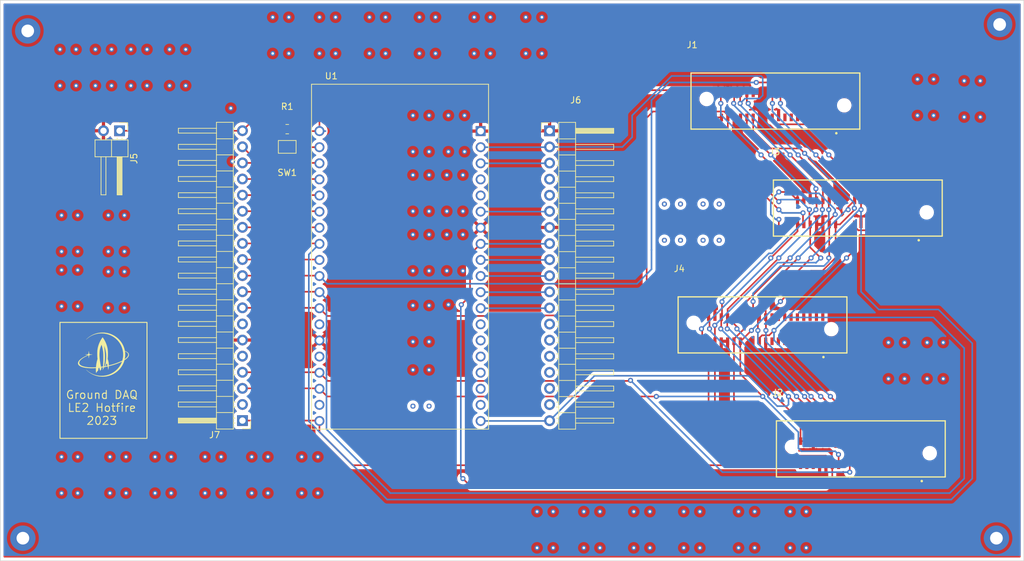
<source format=kicad_pcb>
(kicad_pcb (version 20211014) (generator pcbnew)
  (layers (0 "F.Cu" signal) (31 "B.Cu" signal) (34 "B.Paste" user) (35 "F.Paste" user) (36 "B.SilkS" user "B.Silkscreen") (37 "F.SilkS" user "F.Silkscreen") (38 "B.Mask" user) (39 "F.Mask" user) (44 "Edge.Cuts" user))
  (net 0 "")
  (net 1 "+3.3V")
  (net 2 "GND")
  (net 3 "TC2 CS")
  (net 4 "TC1 CS")
  (net 5 "TC SDO")
  (net 6 "TC CLK")
  (net 7 "Net-(R1-Pad1)")
  (net 8 "HX 6")
  (net 17 "HX 8")
  (net 18 "CAP 1")
  (net 19 "CAP 2")
  (net 20 "CAP CLK")
  (net 21 "HX CLK")
  (net 22 "PHOTORES")
  (net 25 "RL INT")
  (net 26 "EXTRA")
  (net 27 "+5V")
  (net 28 "RL SCL")
  (net 31 "RL SDA")
  (net 41 "HX 7")
  (net 42 "HX 5")
  (net 43 "HX 4")
  (net 44 "HX 3")
  (net 45 "HX 2")
  (net 46 "HX 1")
  (net 47 "EN")
  (footprint "Connector_PinHeader_2.54mm:PinHeader_1x19_P2.54mm_Horizontal" (layer "F.Cu") (at 92.259 123.942 180)
    (fp_text reference "J7")
    (fp_text value "TEST-POINT")
  )
  (footprint "ellie:MODULE_ESP32-DEVKITC-32D" (layer "F.Cu") (at 117.094 98.044)
    (fp_text reference "U1")
    (fp_text value "ESP32-DEVKITC-32D")
  )
  (footprint "PCIE-LP-01-01-F-DV-A-TR:SAMTEC_PCIE-LP-01-01-F-DV-A-TR" (layer "F.Cu") (at 174.212 109.529)
    (fp_text reference "J4")
    (fp_text value "PCIE_CONN")
  )
  (footprint "PCIE-LP-01-01-F-DV-A-TR:SAMTEC_PCIE-LP-01-01-F-DV-A-TR" (layer "F.Cu") (at 189.23 91.099)
    (fp_text reference "J3")
    (fp_text value "PCIE_CONN")
  )
  (footprint "Connector_PinHeader_2.54mm:PinHeader_1x19_P2.54mm_Horizontal" (layer "F.Cu") (at 140.659 78.242)
    (fp_text reference "J6")
    (fp_text value "TEST-POINT")
  )
  (footprint "Connector_PinHeader_2.54mm:PinHeader_1x02_P2.54mm_Horizontal" (layer "F.Cu") (at 72.898 78.232 -90)
    (fp_text reference "J5")
    (fp_text value "Conn_01x02_Male")
  )
  (footprint "PCIE-LP-01-01-F-DV-A-TR:SAMTEC_PCIE-LP-01-01-F-DV-A-TR" (layer "F.Cu") (at 189.706 129.087)
    (fp_text reference "J2")
    (fp_text value "PCIE_CONN")
  )
  (footprint "Resistor_SMD:R_0805_2012Metric_Pad1.20x1.40mm_HandSolder" (layer "F.Cu") (at 99.314 77.978)
    (fp_text reference "R1")
    (fp_text value "1k")
  )
  (footprint "star:star_8x7" (layer "F.Cu") (at 70.358 113.538)
    (fp_text reference "G***" hide)
    (fp_text value "LOGO" hide)
  )
  (footprint "Jumper:SolderJumper-2_P1.3mm_Bridged2Bar_Pad1.0x1.5mm" (layer "F.Cu") (at 99.314 80.772)
    (fp_text reference "SW1")
    (fp_text value "EN_HIGH")
  )
  (footprint "PCIE-LP-01-01-F-DV-A-TR:SAMTEC_PCIE-LP-01-01-F-DV-A-TR" (layer "F.Cu") (at 176.244 74.223)
    (fp_text reference "J1")
    (fp_text value "PCIE_CONN")
  )
  (gr_rect (start 63.5 108.458) (end 77.216 126.746) (layer "F.SilkS") (width 0.15) (fill none))
  (gr_rect (start 54.102 57.658) (end 215.392 146.05) (layer "Edge.Cuts") (width 0.1) (fill none))
  (gr_text "Ground DAQ\nLE2 Hotfire\n2023" (at 70.104 121.92) (layer "F.SilkS") (effects (font (size 1.27 1.27))))
  (segment (start 179.73 87.782) (end 173.99 82.042) (width 0.254) (layer "F.Cu") (net 1))
  (segment (start 164.712 106.306) (end 172.72 98.298) (width 0.254) (layer "F.Cu") (net 1))
  (segment (start 92.249 78.232) (end 92.259 78.222) (width 0.254) (layer "F.Cu") (net 1))
  (segment (start 179.73 89.199) (end 179.73 87.782) (width 0.254) (layer "F.Cu") (net 1))
  (segment (start 179.73 89.199) (end 180.73 89.199) (width 0.254) (layer "F.Cu") (net 1))
  (segment (start 178.415 87.884) (end 179.73 89.199) (width 0.254) (layer "F.Cu") (net 1))
  (segment (start 104.394 76.708) (end 109.268606 71.833394) (width 0.25) (layer "F.Cu") (net 1))
  (segment (start 176.784 94.234) (end 176.784 92.202) (width 0.254) (layer "F.Cu") (net 1))
  (segment (start 92.259 78.222) (end 93.519 76.962) (width 0.25) (layer "F.Cu") (net 1))
  (segment (start 166.254394 71.833394) (end 166.744 72.323) (width 0.25) (layer "F.Cu") (net 1))
  (segment (start 164.712 106.62937) (end 164.712 106.306) (width 0.254) (layer "F.Cu") (net 1))
  (segment (start 165.712 107.629) (end 164.712 107.629) (width 0.254) (layer "F.Cu") (net 1))
  (segment (start 109.268606 71.833394) (end 166.254394 71.833394) (width 0.25) (layer "F.Cu") (net 1))
  (segment (start 104.394 78.284) (end 104.394 76.708) (width 0.25) (layer "F.Cu") (net 1))
  (segment (start 176.784 87.884) (end 178.415 87.884) (width 0.254) (layer "F.Cu") (net 1))
  (segment (start 181.206 127.187) (end 180.206 127.187) (width 0.254) (layer "F.Cu") (net 1))
  (segment (start 100.62 78.284) (end 100.314 77.978) (width 0.25) (layer "F.Cu") (net 1))
  (segment (start 93.735 76.953) (end 99.289 76.953) (width 0.25) (layer "F.Cu") (net 1))
  (segment (start 165.862 109.474) (end 165.862 107.779) (width 0.254) (layer "F.Cu") (net 1))
  (segment (start 93.519 76.962) (end 93.726 76.962) (width 0.25) (layer "F.Cu") (net 1))
  (segment (start 104.394 78.284) (end 100.62 78.284) (width 0.25) (layer "F.Cu") (net 1))
  (segment (start 180.206 127.187) (end 180.206 124.072) (width 0.254) (layer "F.Cu") (net 1))
  (segment (start 93.726 76.962) (end 93.735 76.953) (width 0.25) (layer "F.Cu") (net 1))
  (segment (start 172.72 98.298) (end 176.784 94.234) (width 0.254) (layer "F.Cu") (net 1))
  (segment (start 164.712 107.629) (end 164.712 106.62937) (width 0.254) (layer "F.Cu") (net 1))
  (segment (start 180.206 124.072) (end 176.276 120.142) (width 0.254) (layer "F.Cu") (net 1))
  (segment (start 165.862 107.779) (end 165.712 107.629) (width 0.254) (layer "F.Cu") (net 1))
  (segment (start 99.289 76.953) (end 100.314 77.978) (width 0.25) (layer "F.Cu") (net 1))
  (segment (start 167.64 73.914) (end 167.64 72.427) (width 0.254) (layer "F.Cu") (net 1))
  (segment (start 72.898 78.232) (end 92.249 78.232) (width 0.254) (layer "F.Cu") (net 1))
  (segment (start 167.64 72.427) (end 167.744 72.323) (width 0.254) (layer "F.Cu") (net 1))
  (segment (start 167.744 72.323) (end 166.744 72.323) (width 0.254) (layer "F.Cu") (net 1))
  (via (at 173.99 82.042) (size 0.8) (drill 0.4) (layers "F.Cu" "B.Cu") (net 1))
  (via (at 176.784 92.202) (size 0.8) (drill 0.4) (layers "F.Cu" "B.Cu") (net 1))
  (via (at 176.276 120.142) (size 0.8) (drill 0.4) (layers "F.Cu" "B.Cu") (net 1))
  (via (at 167.64 73.914) (size 0.8) (drill 0.4) (layers "F.Cu" "B.Cu") (net 1))
  (via (at 165.862 109.474) (size 0.8) (drill 0.4) (layers "F.Cu" "B.Cu") (net 1))
  (via (at 176.784 87.884) (size 0.8) (drill 0.4) (layers "F.Cu" "B.Cu") (net 1))
  (segment (start 176.276 120.142) (end 165.862 109.728) (width 0.254) (layer "B.Cu") (net 1))
  (segment (start 104.394 78.284) (end 105.358 78.284) (width 0.25) (layer "B.Cu") (net 1))
  (segment (start 104.394 78.284) (end 104.394 77.47) (width 0.25) (layer "B.Cu") (net 1))
  (segment (start 175.514 91.44) (end 175.514 89.154) (width 0.254) (layer "B.Cu") (net 1))
  (segment (start 176.276 92.202) (end 175.514 91.44) (width 0.254) (layer "B.Cu") (net 1))
  (segment (start 167.64 75.692) (end 167.64 73.914) (width 0.254) (layer "B.Cu") (net 1))
  (segment (start 176.784 92.202) (end 176.276 92.202) (width 0.254) (layer "B.Cu") (net 1))
  (segment (start 165.862 109.728) (end 165.862 109.474) (width 0.254) (layer "B.Cu") (net 1))
  (segment (start 173.99 82.042) (end 167.64 75.692) (width 0.254) (layer "B.Cu") (net 1))
  (segment (start 175.514 89.154) (end 176.784 87.884) (width 0.254) (layer "B.Cu") (net 1))
  (via (at 57.658 142.494) (size 4) (drill 2) (layers "F.Cu" "B.Cu") (net 2))
  (via (at 73.66 91.567) (size 0.8) (drill 0.4) (layers "F.Cu" "B.Cu") (net 2))
  (via (at 78.486 135.382) (size 0.8) (drill 0.4) (layers "F.Cu" "B.Cu") (net 2))
  (via (at 124.46 94.615) (size 0.8) (drill 0.4) (layers "F.Cu" "B.Cu") (net 2))
  (via (at 106.934 66.04) (size 0.8) (drill 0.4) (layers "F.Cu" "B.Cu") (net 2))
  (via (at 104.14 129.667) (size 0.8) (drill 0.4) (layers "F.Cu" "B.Cu") (net 2))
  (via (at 63.754 135.382) (size 0.8) (drill 0.4) (layers "F.Cu" "B.Cu") (net 2))
  (via (at 73.914 135.382) (size 0.8) (drill 0.4) (layers "F.Cu" "B.Cu") (net 2))
  (via (at 71.12 100.457) (size 0.8) (drill 0.4) (layers "F.Cu" "B.Cu") (net 2))
  (via (at 74.676 65.405) (size 0.8) (drill 0.4) (layers "F.Cu" "B.Cu") (net 2))
  (via (at 66.04 65.405) (size 0.8) (drill 0.4) (layers "F.Cu" "B.Cu") (net 2))
  (via (at 194.056 111.633) (size 0.8) (drill 0.4) (layers "F.Cu" "B.Cu") (net 2))
  (via (at 178.562 144.018) (size 0.8) (drill 0.4) (layers "F.Cu" "B.Cu") (net 2))
  (via (at 73.914 129.667) (size 0.8) (drill 0.4) (layers "F.Cu" "B.Cu") (net 2))
  (via (at 97.028 60.325) (size 0.8) (drill 0.4) (layers "F.Cu" "B.Cu") (net 2))
  (via (at 63.754 91.567) (size 0.8) (drill 0.4) (layers "F.Cu" "B.Cu") (net 2))
  (via (at 119.126 100.33) (size 0.8) (drill 0.4) (layers "F.Cu" "B.Cu") (net 2))
  (via (at 80.772 65.405) (size 0.8) (drill 0.4) (layers "F.Cu" "B.Cu") (net 2))
  (via (at 81.026 129.667) (size 0.8) (drill 0.4) (layers "F.Cu" "B.Cu") (net 2))
  (via (at 63.754 97.282) (size 0.8) (drill 0.4) (layers "F.Cu" "B.Cu") (net 2))
  (via (at 167.386 89.789) (size 0.8) (drill 0.4) (layers "F.Cu" "B.Cu") (net 2))
  (via (at 71.374 135.382) (size 0.8) (drill 0.4) (layers "F.Cu" "B.Cu") (net 2))
  (via (at 119.126 75.819) (size 0.8) (drill 0.4) (layers "F.Cu" "B.Cu") (net 2))
  (via (at 96.266 129.667) (size 0.8) (drill 0.4) (layers "F.Cu" "B.Cu") (net 2))
  (via (at 93.726 129.667) (size 0.8) (drill 0.4) (layers "F.Cu" "B.Cu") (net 2))
  (via (at 119.126 121.666) (size 0.8) (drill 0.4) (layers "F.Cu" "B.Cu") (net 2))
  (via (at 121.666 121.666) (size 0.8) (drill 0.4) (layers "F.Cu" "B.Cu") (net 2))
  (via (at 122.682 66.04) (size 0.8) (drill 0.4) (layers "F.Cu" "B.Cu") (net 2))
  (via (at 131.318 66.04) (size 0.8) (drill 0.4) (layers "F.Cu" "B.Cu") (net 2))
  (via (at 127 94.615) (size 0.8) (drill 0.4) (layers "F.Cu" "B.Cu") (net 2))
  (via (at 112.268 66.04) (size 0.8) (drill 0.4) (layers "F.Cu" "B.Cu") (net 2))
  (via (at 63.5 65.405) (size 0.8) (drill 0.4) (layers "F.Cu" "B.Cu") (net 2))
  (via (at 124.714 81.534) (size 0.8) (drill 0.4) (layers "F.Cu" "B.Cu") (net 2))
  (via (at 119.126 85.217) (size 0.8) (drill 0.4) (layers "F.Cu" "B.Cu") (net 2))
  (via (at 112.268 60.325) (size 0.8) (drill 0.4) (layers "F.Cu" "B.Cu") (net 2))
  (via (at 71.374 129.667) (size 0.8) (drill 0.4) (layers "F.Cu" "B.Cu") (net 2))
  (via (at 127 85.217) (size 0.8) (drill 0.4) (layers "F.Cu" "B.Cu") (net 2))
  (via (at 63.754 100.203) (size 0.8) (drill 0.4) (layers "F.Cu" "B.Cu") (net 2))
  (via (at 170.434 138.303) (size 0.8) (drill 0.4) (layers "F.Cu" "B.Cu") (net 2))
  (via (at 131.318 60.325) (size 0.8) (drill 0.4) (layers "F.Cu" "B.Cu") (net 2))
  (via (at 211.582 61.468) (size 4) (drill 2) (layers "F.Cu" "B.Cu") (net 2))
  (via (at 205.994 70.358) (size 0.8) (drill 0.4) (layers "F.Cu" "B.Cu") (net 2))
  (via (at 90.678 83.058) (size 0.8) (drill 0.4) (layers "F.Cu" "B.Cu") (net 2))
  (via (at 71.12 106.172) (size 0.8) (drill 0.4) (layers "F.Cu" "B.Cu") (net 2))
  (via (at 58.42 62.484) (size 4) (drill 2) (layers "F.Cu" "B.Cu") (net 2))
  (via (at 66.294 91.567) (size 0.8) (drill 0.4) (layers "F.Cu" "B.Cu") (net 2))
  (via (at 119.126 115.951) (size 0.8) (drill 0.4) (layers "F.Cu" "B.Cu") (net 2))
  (via (at 63.5 71.12) (size 0.8) (drill 0.4) (layers "F.Cu" "B.Cu") (net 2))
  (via (at 66.294 135.382) (size 0.8) (drill 0.4) (layers "F.Cu" "B.Cu") (net 2))
  (via (at 164.846 95.504) (size 0.8) (drill 0.4) (layers "F.Cu" "B.Cu") (net 2))
  (via (at 156.464 138.303) (size 0.8) (drill 0.4) (layers "F.Cu" "B.Cu") (net 2))
  (via (at 128.778 60.325) (size 0.8) (drill 0.4) (layers "F.Cu" "B.Cu") (net 2))
  (via (at 80.772 71.12) (size 0.8) (drill 0.4) (layers "F.Cu" "B.Cu") (net 2))
  (via (at 196.596 111.633) (size 0.8) (drill 0.4) (layers "F.Cu" "B.Cu") (net 2))
  (via (at 138.684 144.018) (size 0.8) (drill 0.4) (layers "F.Cu" "B.Cu") (net 2))
  (via (at 161.29 89.789) (size 0.8) (drill 0.4) (layers "F.Cu" "B.Cu") (net 2))
  (via (at 66.294 97.282) (size 0.8) (drill 0.4) (layers "F.Cu" "B.Cu") (net 2))
  (via (at 71.628 65.405) (size 0.8) (drill 0.4) (layers "F.Cu" "B.Cu") (net 2))
  (via (at 181.102 138.303) (size 0.8) (drill 0.4) (layers "F.Cu" "B.Cu") (net 2))
  (via (at 86.36 135.382) (size 0.8) (drill 0.4) (layers "F.Cu" "B.Cu") (net 2))
  (via (at 104.14 135.382) (size 0.8) (drill 0.4) (layers "F.Cu" "B.Cu") (net 2))
  (via (at 121.666 115.951) (size 0.8) (drill 0.4) (layers "F.Cu" "B.Cu") (net 2))
  (via (at 127.254 75.819) (size 0.8) (drill 0.4) (layers "F.Cu" "B.Cu") (net 2))
  (via (at 156.464 144.018) (size 0.8) (drill 0.4) (layers "F.Cu" "B.Cu") (net 2))
  (via (at 200.152 111.633) (size 0.8) (drill 0.4) (layers "F.Cu" "B.Cu") (net 2))
  (via (at 119.126 90.932) (size 0.8) (drill 0.4) (layers "F.Cu" "B.Cu") (net 2))
  (via (at 71.628 71.12) (size 0.8) (drill 0.4) (layers "F.Cu" "B.Cu") (net 2))
  (via (at 141.224 138.303) (size 0.8) (drill 0.4) (layers "F.Cu" "B.Cu") (net 2))
  (via (at 161.29 95.504) (size 0.8) (drill 0.4) (layers "F.Cu" "B.Cu") (net 2))
  (via (at 181.102 144.018) (size 0.8) (drill 0.4) (layers "F.Cu" "B.Cu") (net 2))
  (via (at 161.798 144.018) (size 0.8) (drill 0.4) (layers "F.Cu" "B.Cu") (net 2))
  (via (at 146.05 144.018) (size 0.8) (drill 0.4) (layers "F.Cu" "B.Cu") (net 2))
  (via (at 63.754 105.918) (size 0.8) (drill 0.4) (layers "F.Cu" "B.Cu") (net 2))
  (via (at 136.906 60.325) (size 0.8) (drill 0.4) (layers "F.Cu" "B.Cu") (net 2))
  (via (at 139.446 66.04) (size 0.8) (drill 0.4) (layers "F.Cu" "B.Cu") (net 2))
  (via (at 73.66 100.457) (size 0.8) (drill 0.4) (layers "F.Cu" "B.Cu") (net 2))
  (via (at 170.434 144.018) (size 0.8) (drill 0.4) (layers "F.Cu" "B.Cu") (net 2))
  (via (at 200.152 117.348) (size 0.8) (drill 0.4) (layers "F.Cu" "B.Cu") (net 2))
  (via (at 69.088 71.12) (size 0.8) (drill 0.4) (layers "F.Cu" "B.Cu") (net 2))
  (via (at 120.142 66.04) (size 0.8) (drill 0.4) (layers "F.Cu" "B.Cu") (net 2))
  (via (at 124.46 85.217) (size 0.8) (drill 0.4) (layers "F.Cu" "B.Cu") (net 2))
  (via (at 148.59 138.303) (size 0.8) (drill 0.4) (layers "F.Cu" "B.Cu") (net 2))
  (via (at 127 90.932) (size 0.8) (drill 0.4) (layers "F.Cu" "B.Cu") (net 2))
  (via (at 114.808 66.04) (size 0.8) (drill 0.4) (layers "F.Cu" "B.Cu") (net 2))
  (via (at 178.562 138.303) (size 0.8) (drill 0.4) (layers "F.Cu" "B.Cu") (net 2))
  (via (at 208.534 70.358) (size 0.8) (drill 0.4) (layers "F.Cu" "B.Cu") (net 2))
  (via (at 122.682 60.325) (size 0.8) (drill 0.4) (layers "F.Cu" "B.Cu") (net 2))
  (via (at 196.596 117.348) (size 0.8) (drill 0.4) (layers "F.Cu" "B.Cu") (net 2))
  (via (at 121.666 90.932) (size 0.8) (drill 0.4) (layers "F.Cu" "B.Cu") (net 2))
  (via (at 90.424 74.676) (size 0.8) (drill 0.4) (layers "F.Cu" "B.Cu") (net 2))
  (via (at 208.534 76.073) (size 0.8) (drill 0.4) (layers "F.Cu" "B.Cu") (net 2))
  (via (at 120.142 60.325) (size 0.8) (drill 0.4) (layers "F.Cu" "B.Cu") (net 2))
  (via (at 198.628 70.104) (size 0.8) (drill 0.4) (layers "F.Cu" "B.Cu") (net 2))
  (via (at 127 100.33) (size 0.8) (drill 0.4) (layers "F.Cu" "B.Cu") (net 2))
  (via (at 121.666 94.615) (size 0.8) (drill 0.4) (layers "F.Cu" "B.Cu") (net 2))
  (via (at 114.808 60.325) (size 0.8) (drill 0.4) (layers "F.Cu" "B.Cu") (net 2))
  (via (at 164.338 144.018) (size 0.8) (drill 0.4) (layers "F.Cu" "B.Cu") (net 2))
  (via (at 124.714 75.819) (size 0.8) (drill 0.4) (layers "F.Cu" "B.Cu") (net 2))
  (via (at 161.798 138.303) (size 0.8) (drill 0.4) (layers "F.Cu" "B.Cu") (net 2))
  (via (at 119.126 105.791) (size 0.8) (drill 0.4) (layers "F.Cu" "B.Cu") (net 2))
  (via (at 201.168 75.819) (size 0.8) (drill 0.4) (layers "F.Cu" "B.Cu") (net 2))
  (via (at 121.666 105.791) (size 0.8) (drill 0.4) (layers "F.Cu" "B.Cu") (net 2))
  (via (at 104.394 60.325) (size 0.8) (drill 0.4) (layers "F.Cu" "B.Cu") (net 2))
  (via (at 205.994 76.073) (size 0.8) (drill 0.4) (layers "F.Cu" "B.Cu") (net 2))
  (via (at 146.05 138.303) (size 0.8) (drill 0.4) (layers "F.Cu" "B.Cu") (net 2))
  (via (at 158.75 89.789) (size 0.8) (drill 0.4) (layers "F.Cu" "B.Cu") (net 2))
  (via (at 124.46 100.33) (size 0.8) (drill 0.4) (layers "F.Cu" "B.Cu") (net 2))
  (via (at 202.692 117.348) (size 0.8) (drill 0.4) (layers "F.Cu" "B.Cu") (net 2))
  (via (at 78.486 129.667) (size 0.8) (drill 0.4) (layers "F.Cu" "B.Cu") (net 2))
  (via (at 101.6 135.382) (size 0.8) (drill 0.4) (layers "F.Cu" "B.Cu") (net 2))
  (via (at 121.666 100.33) (size 0.8) (drill 0.4) (layers "F.Cu" "B.Cu") (net 2))
  (via (at 81.026 135.382) (size 0.8) (drill 0.4) (layers "F.Cu" "B.Cu") (net 2))
  (via (at 83.312 65.405) (size 0.8) (drill 0.4) (layers "F.Cu" "B.Cu") (net 2))
  (via (at 63.754 129.667) (size 0.8) (drill 0.4) (layers "F.Cu" "B.Cu") (net 2))
  (via (at 97.028 66.04) (size 0.8) (drill 0.4) (layers "F.Cu" "B.Cu") (net 2))
  (via (at 164.846 89.789) (size 0.8) (drill 0.4) (layers "F.Cu" "B.Cu") (net 2))
  (via (at 73.66 106.172) (size 0.8) (drill 0.4) (layers "F.Cu" "B.Cu") (net 2))
  (via (at 119.126 111.506) (size 0.8) (drill 0.4) (layers "F.Cu" "B.Cu") (net 2))
  (via (at 127.254 81.534) (size 0.8) (drill 0.4) (layers "F.Cu" "B.Cu") (net 2))
  (via (at 138.684 138.303) (size 0.8) (drill 0.4) (layers "F.Cu" "B.Cu") (net 2))
  (via (at 99.568 66.04) (size 0.8) (drill 0.4) (layers "F.Cu" "B.Cu") (net 2))
  (via (at 101.6 129.667) (size 0.8) (drill 0.4) (layers "F.Cu" "B.Cu") (net 2))
  (via (at 71.12 97.282) (size 0.8) (drill 0.4) (layers "F.Cu" "B.Cu") (net 2))
  (via (at 201.168 70.104) (size 0.8) (drill 0.4) (layers "F.Cu" "B.Cu") (net 2))
  (via (at 66.294 100.203) (size 0.8) (drill 0.4) (layers "F.Cu" "B.Cu") (net 2))
  (via (at 136.906 66.04) (size 0.8) (drill 0.4) (layers "F.Cu" "B.Cu") (net 2))
  (via (at 153.924 138.303) (size 0.8) (drill 0.4) (layers "F.Cu" "B.Cu") (net 2))
  (via (at 106.934 60.325) (size 0.8) (drill 0.4) (layers "F.Cu" "B.Cu") (net 2))
  (via (at 121.666 75.819) (size 0.8) (drill 0.4) (layers "F.Cu" "B.Cu") (net 2))
  (via (at 172.974 144.018) (size 0.8) (drill 0.4) (layers "F.Cu" "B.Cu") (net 2))
  (via (at 71.12 91.567) (size 0.8) (drill 0.4) (layers "F.Cu" "B.Cu") (net 2))
  (via (at 119.126 81.534) (size 0.8) (drill 0.4) (layers "F.Cu" "B.Cu") (net 2))
  (via (at 167.386 95.504) (size 0.8) (drill 0.4) (layers "F.Cu" "B.Cu") (net 2))
  (via (at 77.216 65.405) (size 0.8) (drill 0.4) (layers "F.Cu" "B.Cu") (net 2))
  (via (at 124.46 90.932) (size 0.8) (drill 0.4) (layers "F.Cu" "B.Cu") (net 2))
  (via (at 119.126 94.615) (size 0.8) (drill 0.4) (layers "F.Cu" "B.Cu") (net 2))
  (via (at 148.59 144.018) (size 0.8) (drill 0.4) (layers "F.Cu" "B.Cu") (net 2))
  (via (at 86.36 129.667) (size 0.8) (drill 0.4) (layers "F.Cu" "B.Cu") (net 2))
  (via (at 124.714 105.664) (size 0.8) (drill 0.4) (layers "F.Cu" "B.Cu") (net 2))
  (via (at 66.294 129.667) (size 0.8) (drill 0.4) (layers "F.Cu" "B.Cu") (net 2))
  (via (at 74.676 71.12) (size 0.8) (drill 0.4) (layers "F.Cu" "B.Cu") (net 2))
  (via (at 121.666 85.217) (size 0.8) (drill 0.4) (layers "F.Cu" "B.Cu") (net 2))
  (via (at 194.056 117.348) (size 0.8) (drill 0.4) (layers "F.Cu" "B.Cu") (net 2))
  (via (at 121.666 81.534) (size 0.8) (drill 0.4) (layers "F.Cu" "B.Cu") (net 2))
  (via (at 128.778 66.04) (size 0.8) (drill 0.4) (layers "F.Cu" "B.Cu") (net 2))
  (via (at 141.224 144.018) (size 0.8) (drill 0.4) (layers "F.Cu" "B.Cu") (net 2))
  (via (at 73.66 97.282) (size 0.8) (drill 0.4) (layers "F.Cu" "B.Cu") (net 2))
  (via (at 211.074 142.494) (size 4) (drill 2) (layers "F.Cu" "B.Cu") (net 2))
  (via (at 96.266 135.382) (size 0.8) (drill 0.4) (layers "F.Cu" "B.Cu") (net 2))
  (via (at 93.726 135.382) (size 0.8) (drill 0.4) (layers "F.Cu" "B.Cu") (net 2))
  (via (at 83.312 71.12) (size 0.8) (drill 0.4) (layers "F.Cu" "B.Cu") (net 2))
  (via (at 139.446 60.325) (size 0.8) (drill 0.4) (layers "F.Cu" "B.Cu") (net 2))
  (via (at 198.628 75.819) (size 0.8) (drill 0.4) (layers "F.Cu" "B.Cu") (net 2))
  (via (at 153.924 144.018) (size 0.8) (drill 0.4) (layers "F.Cu" "B.Cu") (net 2))
  (via (at 66.04 71.12) (size 0.8) (drill 0.4) (layers "F.Cu" "B.Cu") (net 2))
  (via (at 172.974 138.303) (size 0.8) (drill 0.4) (layers "F.Cu" "B.Cu") (net 2))
  (via (at 121.666 111.506) (size 0.8) (drill 0.4) (layers "F.Cu" "B.Cu") (net 2))
  (via (at 66.294 105.918) (size 0.8) (drill 0.4) (layers "F.Cu" "B.Cu") (net 2))
  (via (at 158.75 95.504) (size 0.8) (drill 0.4) (layers "F.Cu" "B.Cu") (net 2))
  (via (at 104.394 66.04) (size 0.8) (drill 0.4) (layers "F.Cu" "B.Cu") (net 2))
  (via (at 88.9 135.382) (size 0.8) (drill 0.4) (layers "F.Cu" "B.Cu") (net 2))
  (via (at 69.088 65.405) (size 0.8) (drill 0.4) (layers "F.Cu" "B.Cu") (net 2))
  (via (at 202.692 111.633) (size 0.8) (drill 0.4) (layers "F.Cu" "B.Cu") (net 2))
  (via (at 99.568 60.325) (size 0.8) (drill 0.4) (layers "F.Cu" "B.Cu") (net 2))
  (via (at 77.216 71.12) (size 0.8) (drill 0.4) (layers "F.Cu" "B.Cu") (net 2))
  (via (at 164.338 138.303) (size 0.8) (drill 0.4) (layers "F.Cu" "B.Cu") (net 2))
  (via (at 88.9 129.667) (size 0.8) (drill 0.4) (layers "F.Cu" "B.Cu") (net 2))
  (segment (start 140.617 98.604) (end 140.659 98.562) (width 0.25) (layer "F.Cu") (net 3))
  (segment (start 129.794 98.604) (end 140.617 98.604) (width 0.254) (layer "B.Cu") (net 3))
  (segment (start 140.617 98.604) (end 140.659 98.562) (width 0.254) (layer "B.Cu") (net 3))
  (segment (start 140.617 101.144) (end 140.659 101.102) (width 0.25) (layer "F.Cu") (net 4))
  (segment (start 140.617 101.144) (end 140.659 101.102) (width 0.254) (layer "B.Cu") (net 4))
  (segment (start 129.794 101.144) (end 140.617 101.144) (width 0.254) (layer "B.Cu") (net 4))
  (segment (start 140.617 103.684) (end 140.659 103.642) (width 0.25) (layer "F.Cu") (net 5))
  (segment (start 129.794 103.684) (end 140.617 103.684) (width 0.254) (layer "B.Cu") (net 5))
  (segment (start 140.617 103.684) (end 140.659 103.642) (width 0.254) (layer "B.Cu") (net 5))
  (segment (start 140.617 106.224) (end 140.659 106.182) (width 0.25) (layer "F.Cu") (net 6))
  (segment (start 129.794 106.224) (end 140.617 106.224) (width 0.254) (layer "B.Cu") (net 6))
  (segment (start 140.617 106.224) (end 140.659 106.182) (width 0.254) (layer "B.Cu") (net 6))
  (segment (start 98.664 78.328) (end 98.664 80.772) (width 0.25) (layer "F.Cu") (net 7))
  (segment (start 98.314 77.978) (end 98.664 78.328) (width 0.25) (layer "F.Cu") (net 7))
  (segment (start 174.712 107.629) (end 174.712 105.45) (width 0.254) (layer "F.Cu") (net 8))
  (segment (start 189.738 90.678) (end 189.738 89.207) (width 0.254) (layer "F.Cu") (net 8))
  (segment (start 190.206 127.187) (end 190.206 126.837) (width 0.254) (layer "F.Cu") (net 8))
  (segment (start 189.73 89.199) (end 189.73 87.114) (width 0.254) (layer "F.Cu") (net 8))
  (segment (start 190.206 126.837) (end 183.511 120.142) (width 0.254) (layer "F.Cu") (net 8))
  (segment (start 177.038 73.914) (end 177.038 72.617) (width 0.254) (layer "F.Cu") (net 8))
  (segment (start 104.332 96.002) (end 104.394 96.064) (width 0.254) (layer "F.Cu") (net 8))
  (segment (start 189.738 89.207) (end 189.73 89.199) (width 0.254) (layer "F.Cu") (net 8))
  (segment (start 174.752 107.669) (end 174.712 107.629) (width 0.254) (layer "F.Cu") (net 8))
  (segment (start 189.73 87.114) (end 184.658 82.042) (width 0.254) (layer "F.Cu") (net 8))
  (segment (start 92.259 96.002) (end 104.332 96.002) (width 0.254) (layer "F.Cu") (net 8))
  (segment (start 177.038 72.617) (end 176.744 72.323) (width 0.254) (layer "F.Cu") (net 8))
  (segment (start 174.752 109.728) (end 174.752 107.669) (width 0.254) (layer "F.Cu") (net 8))
  (segment (start 183.511 120.142) (end 183.388 120.142) (width 0.254) (layer "F.Cu") (net 8))
  (segment (start 174.712 105.45) (end 181.864 98.298) (width 0.254) (layer "F.Cu") (net 8))
  (via (at 174.752 109.728) (size 0.8) (drill 0.4) (layers "F.Cu" "B.Cu") (net 8))
  (via (at 189.738 90.678) (size 0.8) (drill 0.4) (layers "F.Cu" "B.Cu") (net 8))
  (via (at 184.658 82.042) (size 0.8) (drill 0.4) (layers "F.Cu" "B.Cu") (net 8))
  (via (at 177.038 73.914) (size 0.8) (drill 0.4) (layers "F.Cu" "B.Cu") (net 8))
  (via (at 183.388 120.142) (size 0.8) (drill 0.4) (layers "F.Cu" "B.Cu") (net 8))
  (via (at 181.864 98.298) (size 0.8) (drill 0.4) (layers "F.Cu" "B.Cu") (net 8))
  (segment (start 183.388 120.142) (end 174.752 111.506) (width 0.254) (layer "B.Cu") (net 8))
  (segment (start 115.062 136.398) (end 203.962 136.398) (width 0.254) (layer "B.Cu") (net 8))
  (segment (start 174.752 111.506) (end 174.752 109.728) (width 0.254) (layer "B.Cu") (net 8))
  (segment (start 102.717331 124.053331) (end 115.062 136.398) (width 0.254) (layer "B.Cu") (net 8))
  (segment (start 203.962 136.398) (end 207.264 133.096) (width 0.254) (layer "B.Cu") (net 8))
  (segment (start 207.264 111.76) (end 201.93 106.426) (width 0.254) (layer "B.Cu") (net 8))
  (segment (start 181.864 98.298) (end 189.484 90.678) (width 0.254) (layer "B.Cu") (net 8))
  (segment (start 201.93 106.426) (end 192.532 106.426) (width 0.254) (layer "B.Cu") (net 8))
  (segment (start 184.658 82.042) (end 177.038 74.422) (width 0.254) (layer "B.Cu") (net 8))
  (segment (start 192.532 106.426) (end 189.738 103.632) (width 0.254) (layer "B.Cu") (net 8))
  (segment (start 189.484 90.678) (end 189.738 90.678) (width 0.254) (layer "B.Cu") (net 8))
  (segment (start 189.738 103.632) (end 189.738 90.678) (width 0.254) (layer "B.Cu") (net 8))
  (segment (start 177.038 74.422) (end 177.038 73.914) (width 0.254) (layer "B.Cu") (net 8))
  (segment (start 207.264 133.096) (end 207.264 111.76) (width 0.254) (layer "B.Cu") (net 8))
  (segment (start 104.394 96.064) (end 102.717331 97.740669) (width 0.254) (layer "B.Cu") (net 8))
  (segment (start 102.717331 97.740669) (end 102.717331 124.053331) (width 0.254) (layer "B.Cu") (net 8))
  (segment (start 173.482 109.728) (end 173.482 107.859) (width 0.254) (layer "F.Cu") (net 17))
  (segment (start 187.706 90.223) (end 188.73 89.199) (width 0.254) (layer "F.Cu") (net 17))
  (segment (start 175.768 73.914) (end 175.768 72.347) (width 0.254) (layer "F.Cu") (net 17))
  (segment (start 173.228 70.612) (end 175.26 70.612) (width 0.254) (layer "F.Cu") (net 17))
  (segment (start 175.26 70.612) (end 175.768 71.12) (width 0.254) (layer "F.Cu") (net 17))
  (segment (start 188.73 88.146) (end 182.626 82.042) (width 0.254) (layer "F.Cu") (net 17))
  (segment (start 175.744 71.144) (end 175.744 72.323) (width 0.254) (layer "F.Cu") (net 17))
  (segment (start 187.706 90.678) (end 187.706 90.223) (width 0.254) (layer "F.Cu") (net 17))
  (segment (start 173.712 107.629) (end 173.712 104.418) (width 0.254) (layer "F.Cu") (net 17))
  (segment (start 173.712 104.418) (end 179.832 98.298) (width 0.254) (layer "F.Cu") (net 17))
  (segment (start 104.332 101.082) (end 104.394 101.144) (width 0.254) (layer "F.Cu") (net 17))
  (segment (start 175.768 72.347) (end 175.744 72.323) (width 0.254) (layer "F.Cu") (net 17))
  (segment (start 92.259 101.082) (end 104.332 101.082) (width 0.254) (layer "F.Cu") (net 17))
  (segment (start 189.206 127.187) (end 188.909 127.187) (width 0.254) (layer "F.Cu") (net 17))
  (segment (start 188.909 127.187) (end 181.864 120.142) (width 0.254) (layer "F.Cu") (net 17))
  (segment (start 188.73 89.199) (end 188.73 88.146) (width 0.254) (layer "F.Cu") (net 17))
  (segment (start 173.482 107.859) (end 173.712 107.629) (width 0.254) (layer "F.Cu") (net 17))
  (via (at 173.482 109.728) (size 0.8) (drill 0.4) (layers "F.Cu" "B.Cu") (net 17))
  (via (at 181.864 120.142) (size 0.8) (drill 0.4) (layers "F.Cu" "B.Cu") (net 17))
  (via (at 173.228 70.612) (size 0.8) (drill 0.4) (layers "F.Cu" "B.Cu") (net 17))
  (via (at 187.706 90.678) (size 0.8) (drill 0.4) (layers "F.Cu" "B.Cu") (net 17))
  (via (at 182.626 82.042) (size 0.8) (drill 0.4) (layers "F.Cu" "B.Cu") (net 17))
  (via (at 179.832 98.298) (size 0.8) (drill 0.4) (layers "F.Cu" "B.Cu") (net 17))
  (via (at 175.768 73.914) (size 0.8) (drill 0.4) (layers "F.Cu" "B.Cu") (net 17))
  (segment (start 159.512 70.612) (end 173.228 70.612) (width 0.254) (layer "B.Cu") (net 17))
  (segment (start 156.718 97.028) (end 156.718 73.406) (width 0.254) (layer "B.Cu") (net 17))
  (segment (start 182.626 82.042) (end 175.768 75.184) (width 0.254) (layer "B.Cu") (net 17))
  (segment (start 173.482 111.76) (end 173.482 109.728) (width 0.254) (layer "B.Cu") (net 17))
  (segment (start 104.394 101.144) (end 105.612 102.362) (width 0.254) (layer "B.Cu") (net 17))
  (segment (start 179.832 98.298) (end 187.452 90.678) (width 0.254) (layer "B.Cu") (net 17))
  (segment (start 175.768 75.184) (end 175.768 73.914) (width 0.254) (layer "B.Cu") (net 17))
  (segment (start 156.718 73.406) (end 159.512 70.612) (width 0.254) (layer "B.Cu") (net 17))
  (segment (start 181.864 120.142) (end 173.482 111.76) (width 0.254) (layer "B.Cu") (net 17))
  (segment (start 154.432 102.362) (end 156.718 100.076) (width 0.254) (layer "B.Cu") (net 17))
  (segment (start 105.612 102.362) (end 154.432 102.362) (width 0.254) (layer "B.Cu") (net 17))
  (segment (start 156.718 100.076) (end 156.718 97.028) (width 0.254) (layer "B.Cu") (net 17))
  (segment (start 187.452 90.678) (end 187.706 90.678) (width 0.254) (layer "B.Cu") (net 17))
  (segment (start 184.488 86.698) (end 179.832 82.042) (width 0.254) (layer "F.Cu") (net 18))
  (segment (start 187.96 129.54) (end 186.534 128.114) (width 0.254) (layer "F.Cu") (net 18))
  (segment (start 92.259 116.322) (end 104.332 116.322) (width 0.254) (layer "F.Cu") (net 18))
  (segment (start 185.206 124.512) (end 185.206 124.511427) (width 0.254) (layer "F.Cu") (net 18))
  (segment (start 185.206 127.187) (end 185.206 124.512) (width 0.254) (layer "F.Cu") (net 18))
  (segment (start 185.629 128.114) (end 185.206 127.691) (width 0.254) (layer "F.Cu") (net 18))
  (segment (start 171.744 73.7) (end 171.744 73.112) (width 0.254) (layer "F.Cu") (net 18))
  (segment (start 153.330099 117.687901) (end 153.416 117.602) (width 0.254) (layer "F.Cu") (net 18))
  (segment (start 104.332 116.322) (end 104.394 116.384) (width 0.254) (layer "F.Cu") (net 18))
  (segment (start 184.73 86.698) (end 184.488 86.698) (width 0.254) (layer "F.Cu") (net 18))
  (segment (start 185.206 124.511427) (end 180.850535 120.155962) (width 0.254) (layer "F.Cu") (net 18))
  (segment (start 170.18 109.14) (end 169.712 108.672) (width 0.254) (layer "F.Cu") (net 18))
  (segment (start 171.958 73.914) (end 171.744 73.7) (width 0.254) (layer "F.Cu") (net 18))
  (segment (start 171.744 73.712) (end 171.744 73.112) (width 0.254) (layer "F.Cu") (net 18))
  (segment (start 184.73 89.199) (end 184.73 86.698) (width 0.254) (layer "F.Cu") (net 18))
  (segment (start 184.658 90.678) (end 184.658 89.271) (width 0.254) (layer "F.Cu") (net 18))
  (segment (start 104.394 116.384) (end 105.697901 117.687901) (width 0.254) (layer "F.Cu") (net 18))
  (segment (start 169.712 108.672) (end 169.712 107.629) (width 0.254) (layer "F.Cu") (net 18))
  (segment (start 105.697901 117.687901) (end 153.330099 117.687901) (width 0.254) (layer "F.Cu") (net 18))
  (segment (start 185.206 127.691) (end 185.206 127.187) (width 0.254) (layer "F.Cu") (net 18))
  (segment (start 187.96 132.08) (end 187.96 129.54) (width 0.254) (layer "F.Cu") (net 18))
  (segment (start 169.712 107.629) (end 169.712 107.148) (width 0.254) (layer "F.Cu") (net 18))
  (segment (start 186.534 128.114) (end 185.629 128.114) (width 0.254) (layer "F.Cu") (net 18))
  (segment (start 169.712 107.148) (end 178.562 98.298) (width 0.254) (layer "F.Cu") (net 18))
  (segment (start 170.18 109.474) (end 170.18 109.14) (width 0.254) (layer "F.Cu") (net 18))
  (segment (start 171.744 73.112) (end 171.744 72.323) (width 0.254) (layer "F.Cu") (net 18))
  (segment (start 184.658 89.271) (end 184.73 89.199) (width 0.254) (layer "F.Cu") (net 18))
  (via (at 179.832 82.042) (size 0.8) (drill 0.4) (layers "F.Cu" "B.Cu") (net 18))
  (via (at 187.96 132.08) (size 0.8) (drill 0.4) (layers "F.Cu" "B.Cu") (net 18))
  (via (at 153.416 117.602) (size 0.8) (drill 0.4) (layers "F.Cu" "B.Cu") (net 18))
  (via (at 184.658 90.678) (size 0.8) (drill 0.4) (layers "F.Cu" "B.Cu") (net 18))
  (via (at 180.850535 120.155962) (size 0.8) (drill 0.4) (layers "F.Cu" "B.Cu") (net 18))
  (via (at 178.562 98.298) (size 0.8) (drill 0.4) (layers "F.Cu" "B.Cu") (net 18))
  (via (at 170.18 109.474) (size 0.8) (drill 0.4) (layers "F.Cu" "B.Cu") (net 18))
  (via (at 171.958 73.914) (size 0.8) (drill 0.4) (layers "F.Cu" "B.Cu") (net 18))
  (segment (start 171.958 74.168) (end 171.958 73.914) (width 0.254) (layer "B.Cu") (net 18))
  (segment (start 167.894 132.08) (end 187.96 132.08) (width 0.254) (layer "B.Cu") (net 18))
  (segment (start 184.658 92.202) (end 184.658 90.678) (width 0.254) (layer "B.Cu") (net 18))
  (segment (start 178.562 98.298) (end 184.658 92.202) (width 0.254) (layer "B.Cu") (net 18))
  (segment (start 153.416 117.602) (end 167.894 132.08) (width 0.254) (layer "B.Cu") (net 18))
  (segment (start 179.832 82.042) (end 171.958 74.168) (width 0.254) (layer "B.Cu") (net 18))
  (segment (start 180.850535 120.155962) (end 170.18 109.485427) (width 0.254) (layer "B.Cu") (net 18))
  (segment (start 170.18 109.485427) (end 170.18 109.474) (width 0.254) (layer "B.Cu") (net 18))
  (segment (start 188.680169 90.731965) (end 188.68017 90.454403) (width 0.254) (layer "F.Cu") (net 19))
  (segment (start 186.413134 92.999) (end 188.680169 90.731965) (width 0.254) (layer "F.Cu") (net 19))
  (segment (start 180.086 81.026) (end 175.514 81.026) (width 0.254) (layer "F.Cu") (net 19))
  (segment (start 186.206 130.987) (end 186.206 129.31) (width 0.254) (layer "F.Cu") (net 19))
  (segment (start 105.612 120.142) (end 157.48 120.142) (width 0.254) (layer "F.Cu") (net 19))
  (segment (start 104.332 118.862) (end 104.394 118.924) (width 0.254) (layer "F.Cu") (net 19))
  (segment (start 175.514 81.026) (end 172.744 78.256) (width 0.254) (layer "F.Cu") (net 19))
  (segment (start 170.712 116.61) (end 170.712 111.429) (width 0.254) (layer "F.Cu") (net 19))
  (segment (start 181.864 100.33) (end 183.654134 100.33) (width 0.254) (layer "F.Cu") (net 19))
  (segment (start 170.712 111.429) (end 170.765 111.429) (width 0.254) (layer "F.Cu") (net 19))
  (segment (start 185.73 98.254134) (end 185.73 92.999) (width 0.254) (layer "F.Cu") (net 19))
  (segment (start 104.394 118.924) (end 105.612 120.142) (width 0.254) (layer "F.Cu") (net 19))
  (segment (start 170.765 111.429) (end 172.466 109.728) (width 0.254) (layer "F.Cu") (net 19))
  (segment (start 92.259 118.862) (end 104.332 118.862) (width 0.254) (layer "F.Cu") (net 19))
  (segment (start 183.654134 100.33) (end 185.73 98.254134) (width 0.254) (layer "F.Cu") (net 19))
  (segment (start 186.206 129.31) (end 186.182 129.286) (width 0.254) (layer "F.Cu") (net 19))
  (segment (start 185.73 92.999) (end 186.413134 92.999) (width 0.254) (layer "F.Cu") (net 19))
  (segment (start 180.848 81.788) (end 180.086 81.026) (width 0.254) (layer "F.Cu") (net 19))
  (segment (start 172.744 78.256) (end 172.744 76.123) (width 0.254) (layer "F.Cu") (net 19))
  (segment (start 177.038 105.156) (end 181.864 100.33) (width 0.254) (layer "F.Cu") (net 19))
  (segment (start 174.244 120.142) (end 170.712 116.61) (width 0.254) (layer "F.Cu") (net 19))
  (via (at 157.48 120.142) (size 0.8) (drill 0.4) (layers "F.Cu" "B.Cu") (net 19))
  (via (at 177.038 105.156) (size 0.8) (drill 0.4) (layers "F.Cu" "B.Cu") (net 19))
  (via (at 172.466 109.728) (size 0.8) (drill 0.4) (layers "F.Cu" "B.Cu") (net 19))
  (via (at 174.244 120.142) (size 0.8) (drill 0.4) (layers "F.Cu" "B.Cu") (net 19))
  (via (at 180.848 81.788) (size 0.8) (drill 0.4) (layers "F.Cu" "B.Cu") (net 19))
  (via (at 188.68017 90.454403) (size 0.8) (drill 0.4) (layers "F.Cu" "B.Cu") (net 19))
  (via (at 186.182 129.286) (size 0.8) (drill 0.4) (layers "F.Cu" "B.Cu") (net 19))
  (segment (start 172.466 109.715866) (end 177.025866 105.156) (width 0.254) (layer "B.Cu") (net 19))
  (segment (start 177.025866 105.156) (end 177.038 105.156) (width 0.254) (layer "B.Cu") (net 19))
  (segment (start 188.68017 90.454403) (end 188.68017 89.62017) (width 0.254) (layer "B.Cu") (net 19))
  (segment (start 180.34 128.778) (end 185.674 128.778) (width 0.254) (layer "B.Cu") (net 19))
  (segment (start 172.466 109.728) (end 172.466 109.715866) (width 0.254) (layer "B.Cu") (net 19))
  (segment (start 185.674 128.778) (end 186.182 129.286) (width 0.254) (layer "B.Cu") (net 19))
  (segment (start 174.244 120.142) (end 179.868001 125.766001) (width 0.254) (layer "B.Cu") (net 19))
  (segment (start 188.68017 89.62017) (end 180.848 81.788) (width 0.254) (layer "B.Cu") (net 19))
  (segment (start 157.48 120.142) (end 174.244 120.142) (width 0.254) (layer "B.Cu") (net 19))
  (segment (start 179.868001 128.306001) (end 180.34 128.778) (width 0.254) (layer "B.Cu") (net 19))
  (segment (start 179.868001 125.766001) (end 179.868001 128.306001) (width 0.254) (layer "B.Cu") (net 19))
  (segment (start 182.626 89.095) (end 182.73 89.199) (width 0.254) (layer "F.Cu") (net 20))
  (segment (start 167.826807 105.199632) (end 167.826807 107.514193) (width 0.254) (layer "F.Cu") (net 20))
  (segment (start 169.744 72.323) (end 169.744 73.842) (width 0.254) (layer "F.Cu") (net 20))
  (segment (start 178.308 120.142) (end 183.206 125.04) (width 0.254) (layer "F.Cu") (net 20))
  (segment (start 167.712 107.629) (end 167.712 109.402) (width 0.254) (layer "F.Cu") (net 20))
  (segment (start 182.626 87.376) (end 182.626 89.095) (width 0.254) (layer "F.Cu") (net 20))
  (segment (start 183.206 125.04) (end 183.206 127.187) (width 0.254) (layer "F.Cu") (net 20))
  (segment (start 167.712 109.402) (end 167.64 109.474) (width 0.254) (layer "F.Cu") (net 20))
  (segment (start 182.73 90.574) (end 182.626 90.678) (width 0.254) (layer "F.Cu") (net 20))
  (segment (start 169.744 73.842) (end 169.672 73.914) (width 0.254) (layer "F.Cu") (net 20))
  (segment (start 167.826807 107.514193) (end 167.712 107.629) (width 0.254) (layer "F.Cu") (net 20))
  (segment (start 182.73 89.199) (end 182.73 90.574) (width 0.254) (layer "F.Cu") (net 20))
  (segment (start 140.617 124.004) (end 140.659 123.962) (width 0.25) (layer "F.Cu") (net 20))
  (via (at 169.672 73.914) (size 0.8) (drill 0.4) (layers "F.Cu" "B.Cu") (net 20))
  (via (at 178.308 120.142) (size 0.8) (drill 0.4) (layers "F.Cu" "B.Cu") (net 20))
  (via (at 167.826807 105.199632) (size 0.8) (drill 0.4) (layers "F.Cu" "B.Cu") (net 20))
  (via (at 182.626 90.678) (size 0.8) (drill 0.4) (layers "F.Cu" "B.Cu") (net 20))
  (via (at 182.626 87.376) (size 0.8) (drill 0.4) (layers "F.Cu" "B.Cu") (net 20))
  (via (at 167.64 109.474) (size 0.8) (drill 0.4) (layers "F.Cu" "B.Cu") (net 20))
  (segment (start 176.022 121.158) (end 175.067388 120.203388) (width 0.25) (layer "B.Cu") (net 20))
  (segment (start 147.744 116.877) (end 140.659 123.962) (width 0.25) (layer "B.Cu") (net 20))
  (segment (start 129.794 124.004) (end 140.617 124.004) (width 0.254) (layer "B.Cu") (net 20))
  (segment (start 176.53 121.666) (end 176.022 121.158) (width 0.254) (layer "B.Cu") (net 20))
  (segment (start 175.067388 120.203388) (end 175.067388 119.940083) (width 0.25) (layer "B.Cu") (net 20))
  (segment (start 140.617 124.004) (end 140.659 123.962) (width 0.254) (layer "B.Cu") (net 20))
  (segment (start 178.054 121.666) (end 176.53 121.666) (width 0.254) (layer "B.Cu") (net 20))
  (segment (start 175.212866 97.571) (end 167.826807 104.957059) (width 0.254) (layer "B.Cu") (net 20))
  (segment (start 178.295866 120.142) (end 178.308 120.142) (width 0.254) (layer "B.Cu") (net 20))
  (segment (start 169.672 73.914) (end 169.672 74.180134) (width 0.254) (layer "B.Cu") (net 20))
  (segment (start 172.004305 116.877) (end 147.744 116.877) (width 0.25) (layer "B.Cu") (net 20))
  (segment (start 175.733 97.571) (end 175.212866 97.571) (width 0.254) (layer "B.Cu") (net 20))
  (segment (start 167.64 109.486134) (end 178.295866 120.142) (width 0.254) (layer "B.Cu") (net 20))
  (segment (start 182.626 90.678) (end 175.733 97.571) (width 0.254) (layer "B.Cu") (net 20))
  (segment (start 175.067388 119.940083) (end 172.004305 116.877) (width 0.25) (layer "B.Cu") (net 20))
  (segment (start 182.626 87.134134) (end 182.626 87.376) (width 0.254) (layer "B.Cu") (net 20))
  (segment (start 167.64 109.474) (end 167.64 109.486134) (width 0.254) (layer "B.Cu") (net 20))
  (segment (start 167.826807 104.957059) (end 167.826807 105.199632) (width 0.254) (layer "B.Cu") (net 20))
  (segment (start 169.672 74.180134) (end 182.626 87.134134) (width 0.254) (layer "B.Cu") (net 20))
  (segment (start 178.308 120.142) (end 178.308 121.412) (width 0.254) (layer "B.Cu") (net 20))
  (segment (start 178.308 121.412) (end 178.054 121.666) (width 0.254) (layer "B.Cu") (net 20))
  (segment (start 175.26 110.49) (end 176.022 109.728) (width 0.254) (layer "F.Cu") (net 21))
  (segment (start 173.712 111.429) (end 173.712 110.925) (width 0.254) (layer "F.Cu") (net 21))
  (segment (start 189.206 130.987) (end 189.206 131.337) (width 0.254) (layer "F.Cu") (net 21))
  (segment (start 198.374 123.444) (end 188.214 123.444) (width 0.254) (layer "F.Cu") (net 21))
  (segment (start 201.93 92.964) (end 201.93 90.08663) (width 0.254) (layer "F.Cu") (net 21))
  (segment (start 176.333 77.216) (end 175.744 76.627) (width 0.254) (layer "F.Cu") (net 21))
  (segment (start 174.147 110.49) (end 175.26 110.49) (width 0.254) (layer "F.Cu") (net 21))
  (segment (start 189.206 131.337) (end 189.949 132.08) (width 0.254) (layer "F.Cu") (net 21))
  (segment (start 187.452 98.298) (end 188.73 97.02) (width 0.254) (layer "F.Cu") (net 21))
  (segment (start 202.406369 127.476369) (end 198.374 123.444) (width 0.254) (layer "F.Cu") (net 21))
  (segment (start 200.968 93.926) (end 201.93 92.964) (width 0.254) (layer "F.Cu") (net 21))
  (segment (start 189.949 132.08) (end 201.168 132.08) (width 0.254) (layer "F.Cu") (net 21))
  (segment (start 173.712 110.925) (end 174.147 110.49) (width 0.254) (layer "F.Cu") (net 21))
  (segment (start 188.73 92.999) (end 188.73 93.349) (width 0.254) (layer "F.Cu") (net 21))
  (segment (start 104.332 103.622) (end 104.394 103.684) (width 0.254) (layer "F.Cu") (net 21))
  (segment (start 189.307 93.926) (end 200.968 93.926) (width 0.254) (layer "F.Cu") (net 21))
  (segment (start 201.168 132.08) (end 202.406369 130.841631) (width 0.254) (layer "F.Cu") (net 21))
  (segment (start 202.406369 130.841631) (end 202.406369 127.476369) (width 0.254) (layer "F.Cu") (net 21))
  (segment (start 181.61 77.216) (end 176.333 77.216) (width 0.254) (layer "F.Cu") (net 21))
  (segment (start 201.93 90.08663) (end 198.71137 86.868) (width 0.254) (layer "F.Cu") (net 21))
  (segment (start 188.73 93.349) (end 189.307 93.926) (width 0.254) (layer "F.Cu") (net 21))
  (segment (start 188.73 97.02) (end 188.73 92.999) (width 0.254) (layer "F.Cu") (net 21))
  (segment (start 188.214 123.444) (end 184.912 120.142) (width 0.254) (layer "F.Cu") (net 21))
  (segment (start 175.744 76.627) (end 175.744 76.123) (width 0.254) (layer "F.Cu") (net 21))
  (segment (start 92.259 103.622) (end 104.332 103.622) (width 0.254) (layer "F.Cu") (net 21))
  (segment (start 191.262 86.868) (end 181.61 77.216) (width 0.254) (layer "F.Cu") (net 21))
  (segment (start 198.71137 86.868) (end 191.262 86.868) (width 0.254) (layer "F.Cu") (net 21))
  (via (at 176.022 109.728) (size 0.8) (drill 0.4) (layers "F.Cu" "B.Cu") (net 21))
  (via (at 187.452 98.298) (size 0.8) (drill 0.4) (layers "F.Cu" "B.Cu") (net 21))
  (via (at 184.912 120.142) (size 0.8) (drill 0.4) (layers "F.Cu" "B.Cu") (net 21))
  (segment (start 104.394 103.684) (end 105.501 104.791) (width 0.254) (layer "B.Cu") (net 21))
  (segment (start 115.57 135.382) (end 203.708 135.382) (width 0.254) (layer "B.Cu") (net 21))
  (segment (start 201.150631 107.678631) (end 178.071369 107.678631) (width 0.254) (layer "B.Cu") (net 21))
  (segment (start 203.708 135.382) (end 205.994 133.096) (width 0.254) (layer "B.Cu") (net 21))
  (segment (start 177.546 108.204) (end 187.452 98.298) (width 0.254) (layer "B.Cu") (net 21))
  (segment (start 184.912 120.142) (end 176.022 111.252) (width 0.254) (layer "B.Cu") (net 21))
  (segment (start 176.022 109.728) (end 177.546 108.204) (width 0.254) (layer "B.Cu") (net 21))
  (segment (start 105.501 125.313) (end 115.57 135.382) (width 0.254) (layer "B.Cu") (net 21))
  (segment (start 176.022 111.252) (end 176.022 109.728) (width 0.254) (layer "B.Cu") (net 21))
  (segment (start 205.994 133.096) (end 205.994 112.522) (width 0.254) (layer "B.Cu") (net 21))
  (segment (start 178.071369 107.678631) (end 177.546 108.204) (width 0.254) (layer "B.Cu") (net 21))
  (segment (start 205.994 112.522) (end 201.150631 107.678631) (width 0.254) (layer "B.Cu") (net 21))
  (segment (start 105.501 104.791) (end 105.501 125.313) (width 0.254) (layer "B.Cu") (net 21))
  (segment (start 172.725714 108.065286) (end 172.725714 105.161714) (width 0.254) (layer "F.Cu") (net 22))
  (segment (start 185.206 130.987) (end 185.206 133.31) (width 0.254) (layer "F.Cu") (net 22))
  (segment (start 169.712 111.079) (end 172.725714 108.065286) (width 0.254) (layer "F.Cu") (net 22))
  (segment (start 184.658 98.298) (end 184.73 98.226) (width 0.254) (layer "F.Cu") (net 22))
  (segment (start 171.744 78.272) (end 171.744 76.123) (width 0.254) (layer "F.Cu") (net 22))
  (segment (start 185.206 130.987) (end 185.206 130.483) (width 0.254) (layer "F.Cu") (net 22))
  (segment (start 169.712 120.69) (end 169.712 111.429) (width 0.254) (layer "F.Cu") (net 22))
  (segment (start 185.206 130.483) (end 184.206369 129.483369) (width 0.254) (layer "F.Cu") (net 22))
  (segment (start 185.206 133.31) (end 184.15 134.366) (width 0.254) (layer "F.Cu") (net 22))
  (segment (start 126.746 105.664) (end 128.121 104.289) (width 0.254) (layer "F.Cu") (net 22))
  (segment (start 140.617 96.064) (end 140.659 96.022) (width 0.25) (layer "F.Cu") (net 22))
  (segment (start 184.73 92.372572) (end 185.668286 91.434286) (width 0.254) (layer "F.Cu") (net 22))
  (segment (start 128.121 104.289) (end 128.121 97.737) (width 0.254) (layer "F.Cu") (net 22))
  (segment (start 128.27 134.366) (end 127 133.096) (width 0.254) (layer "F.Cu") (net 22))
  (segment (start 128.121 97.737) (end 129.794 96.064) (width 0.254) (layer "F.Cu") (net 22))
  (segment (start 169.712 111.429) (end 169.712 111.079) (width 0.254) (layer "F.Cu") (net 22))
  (segment (start 184.15 134.366) (end 128.27 134.366) (width 0.254) (layer "F.Cu") (net 22))
  (segment (start 175.514 82.042) (end 171.744 78.272) (width 0.254) (layer "F.Cu") (net 22))
  (segment (start 184.206369 129.483369) (end 178.505369 129.483369) (width 0.254) (layer "F.Cu") (net 22))
  (segment (start 184.73 98.226) (end 184.73 92.999) (width 0.254) (layer "F.Cu") (net 22))
  (segment (start 184.73 92.999) (end 184.73 92.372572) (width 0.254) (layer "F.Cu") (net 22))
  (segment (start 178.505369 129.483369) (end 169.712 120.69) (width 0.254) (layer "F.Cu") (net 22))
  (via (at 126.746 105.664) (size 0.8) (drill 0.4) (layers "F.Cu" "B.Cu") (net 22))
  (via (at 172.725714 105.161714) (size 0.8) (drill 0.4) (layers "F.Cu" "B.Cu") (net 22))
  (via (at 175.514 82.042) (size 0.8) (drill 0.4) (layers "F.Cu" "B.Cu") (net 22))
  (via (at 184.658 98.298) (size 0.8) (drill 0.4) (layers "F.Cu" "B.Cu") (net 22))
  (via (at 185.668286 91.434286) (size 0.8) (drill 0.4) (layers "F.Cu" "B.Cu") (net 22))
  (via (at 127 133.096) (size 0.8) (drill 0.4) (layers "F.Cu" "B.Cu") (net 22))
  (segment (start 177.038 99.568) (end 183.896 99.568) (width 0.254) (layer "B.Cu") (net 22))
  (segment (start 172.725714 103.880286) (end 176.784 99.822) (width 0.254) (layer "B.Cu") (net 22))
  (segment (start 184.658 98.806) (end 184.658 98.298) (width 0.254) (layer "B.Cu") (net 22))
  (segment (start 185.668286 91.434286) (end 185.668286 90.660152) (width 0.254) (layer "B.Cu") (net 22))
  (segment (start 172.725714 105.161714) (end 172.725714 103.880286) (width 0.254) (layer "B.Cu") (net 22))
  (segment (start 185.668286 90.660152) (end 183.111134 88.103) (width 0.254) (layer "B.Cu") (net 22))
  (segment (start 140.617 96.064) (end 140.659 96.022) (width 0.254) (layer "B.Cu") (net 22))
  (segment (start 176.784 99.822) (end 177.038 99.568) (width 0.254) (layer "B.Cu") (net 22))
  (segment (start 126.667 105.743) (end 126.746 105.664) (width 0.254) (layer "B.Cu") (net 22))
  (segment (start 127 133.096) (end 126.667 132.763) (width 0.254) (layer "B.Cu") (net 22))
  (segment (start 129.794 96.064) (end 140.617 96.064) (width 0.254) (layer "B.Cu") (net 22))
  (segment (start 126.667 132.763) (end 126.667 105.743) (width 0.254) (layer "B.Cu") (net 22))
  (segment (start 181.575 88.103) (end 175.514 82.042) (width 0.254) (layer "B.Cu") (net 22))
  (segment (start 183.111134 88.103) (end 181.575 88.103) (width 0.254) (layer "B.Cu") (net 22))
  (segment (start 183.896 99.568) (end 184.658 98.806) (width 0.254) (layer "B.Cu") (net 22))
  (segment (start 184.206 124.77) (end 179.578 120.142) (width 0.254) (layer "F.Cu") (net 25))
  (segment (start 140.617 80.824) (end 140.659 80.782) (width 0.25) (layer "F.Cu") (net 25))
  (segment (start 168.712 106.37) (end 176.784 98.298) (width 0.254) (layer "F.Cu") (net 25))
  (segment (start 170.688 73.914) (end 170.688 72.379) (width 0.254) (layer "F.Cu") (net 25))
  (segment (start 183.73 89.199) (end 183.73 87.21) (width 0.254) (layer "F.Cu") (net 25))
  (segment (start 168.656 107.685) (end 168.712 107.629) (width 0.254) (layer "F.Cu") (net 25))
  (segment (start 168.712 107.629) (end 168.712 106.37) (width 0.254) (layer "F.Cu") (net 25))
  (segment (start 183.642 90.678) (end 183.642 89.287) (width 0.254) (layer "F.Cu") (net 25))
  (segment (start 183.642 89.287) (end 183.73 89.199) (width 0.254) (layer "F.Cu") (net 25))
  (segment (start 183.73 87.21) (end 178.562 82.042) (width 0.254) (layer "F.Cu") (net 25))
  (segment (start 170.688 72.379) (end 170.744 72.323) (width 0.254) (layer "F.Cu") (net 25))
  (segment (start 168.656 109.474) (end 168.656 107.685) (width 0.254) (layer "F.Cu") (net 25))
  (segment (start 184.206 127.187) (end 184.206 124.77) (width 0.254) (layer "F.Cu") (net 25))
  (via (at 176.784 98.298) (size 0.8) (drill 0.4) (layers "F.Cu" "B.Cu") (net 25))
  (via (at 183.642 90.678) (size 0.8) (drill 0.4) (layers "F.Cu" "B.Cu") (net 25))
  (via (at 179.578 120.142) (size 0.8) (drill 0.4) (layers "F.Cu" "B.Cu") (net 25))
  (via (at 170.688 73.914) (size 0.8) (drill 0.4) (layers "F.Cu" "B.Cu") (net 25))
  (via (at 178.562 82.042) (size 0.8) (drill 0.4) (layers "F.Cu" "B.Cu") (net 25))
  (via (at 168.656 109.474) (size 0.8) (drill 0.4) (layers "F.Cu" "B.Cu") (net 25))
  (segment (start 153.67 79.248) (end 152.136 80.782) (width 0.254) (layer "B.Cu") (net 25))
  (segment (start 153.67 75.811948) (end 153.67 79.248) (width 0.254) (layer "B.Cu") (net 25))
  (segment (start 168.91 109.474) (end 168.656 109.474) (width 0.254) (layer "B.Cu") (net 25))
  (segment (start 173.736 73.152) (end 174.244 72.644) (width 0.254) (layer "B.Cu") (net 25))
  (segment (start 129.794 80.824) (end 140.617 80.824) (width 0.254) (layer "B.Cu") (net 25))
  (segment (start 159.885948 69.596) (end 153.67 75.811948) (width 0.254) (layer "B.Cu") (net 25))
  (segment (start 179.578 120.142) (end 168.91 109.474) (width 0.254) (layer "B.Cu") (net 25))
  (segment (start 173.99 69.596) (end 159.885948 69.596) (width 0.254) (layer "B.Cu") (net 25))
  (segment (start 170.688 74.168) (end 170.688 73.914) (width 0.254) (layer "B.Cu") (net 25))
  (segment (start 174.244 72.644) (end 174.244 69.85) (width 0.254) (layer "B.Cu") (net 25))
  (segment (start 178.562 82.042) (end 170.688 74.168) (width 0.254) (layer "B.Cu") (net 25))
  (segment (start 174.244 69.85) (end 173.99 69.596) (width 0.254) (layer "B.Cu") (net 25))
  (segment (start 140.617 80.824) (end 140.659 80.782) (width 0.254) (layer "B.Cu") (net 25))
  (segment (start 152.136 80.782) (end 140.659 80.782) (width 0.254) (layer "B.Cu") (net 25))
  (segment (start 176.784 98.298) (end 183.642 91.44) (width 0.254) (layer "B.Cu") (net 25))
  (segment (start 171.45 73.152) (end 173.736 73.152) (width 0.254) (layer "B.Cu") (net 25))
  (segment (start 170.688 73.914) (end 171.45 73.152) (width 0.254) (layer "B.Cu") (net 25))
  (segment (start 183.642 91.44) (end 183.642 90.678) (width 0.254) (layer "B.Cu") (net 25))
  (segment (start 166.712 111.429) (end 166.712 108.93794) (width 0.254) (layer "F.Cu") (net 26))
  (segment (start 155.956 76.2) (end 155.956 104.648) (width 0.254) (layer "F.Cu") (net 26))
  (segment (start 166.712 111.429) (end 166.712 127.088) (width 0.254) (layer "F.Cu") (net 26))
  (segment (start 155.956 104.648) (end 153.245 107.359) (width 0.254) (layer "F.Cu") (net 26))
  (segment (start 181.506369 129.937369) (end 169.561369 129.937369) (width 0.254) (layer "F.Cu") (net 26))
  (segment (start 181.73 96.64) (end 181.73 92.999) (width 0.254) (layer "F.Cu") (net 26))
  (segment (start 166.712 108.93794) (end 166.693636 108.919576) (width 0.254) (layer "F.Cu") (net 26))
  (segment (start 183.388 98.298) (end 181.73 96.64) (width 0.254) (layer "F.Cu") (net 26))
  (segment (start 168.744 75.773) (end 168.167 75.196) (width 0.254) (layer "F.Cu") (net 26))
  (segment (start 139.529 107.359) (end 139.446 107.442) (width 0.254) (layer "F.Cu") (net 26))
  (segment (start 105.612 107.442) (end 139.446 107.442) (width 0.254) (layer "F.Cu") (net 26))
  (segment (start 92.259 106.162) (end 104.332 106.162) (width 0.254) (layer "F.Cu") (net 26))
  (segment (start 181.604286 90.672286) (end 181.604286 92.873286) (width 0.254) (layer "F.Cu") (net 26))
  (segment (start 153.245 107.359) (end 139.529 107.359) (width 0.254) (layer "F.Cu") (net 26))
  (segment (start 104.332 106.162) (end 104.394 106.224) (width 0.254) (layer "F.Cu") (net 26))
  (segment (start 182.206 130.987) (end 182.206 130.637) (width 0.254) (layer "F.Cu") (net 26))
  (segment (start 104.394 106.224) (end 105.612 107.442) (width 0.254) (layer "F.Cu") (net 26))
  (segment (start 166.712 127.088) (end 169.561369 129.937369) (width 0.254) (layer "F.Cu") (net 26))
  (segment (start 182.206 130.637) (end 181.506369 129.937369) (width 0.254) (layer "F.Cu") (net 26))
  (segment (start 168.744 81.368) (end 176.784 89.408) (width 0.254) (layer "F.Cu") (net 26))
  (segment (start 181.604286 92.873286) (end 181.73 92.999) (width 0.254) (layer "F.Cu") (net 26))
  (segment (start 168.744 76.123) (end 168.744 81.368) (width 0.254) (layer "F.Cu") (net 26))
  (segment (start 168.744 76.123) (end 168.744 75.773) (width 0.254) (layer "F.Cu") (net 26))
  (segment (start 156.96 75.196) (end 155.956 76.2) (width 0.254) (layer "F.Cu") (net 26))
  (segment (start 168.167 75.196) (end 156.96 75.196) (width 0.254) (layer "F.Cu") (net 26))
  (via (at 183.388 98.298) (size 0.8) (drill 0.4) (layers "F.Cu" "B.Cu") (net 26))
  (via (at 181.604286 90.672286) (size 0.8) (drill 0.4) (layers "F.Cu" "B.Cu") (net 26))
  (via (at 166.693636 108.919576) (size 0.8) (drill 0.4) (layers "F.Cu" "B.Cu") (net 26))
  (via (at 176.784 89.408) (size 0.8) (drill 0.4) (layers "F.Cu" "B.Cu") (net 26))
  (segment (start 182.591 99.025) (end 182.626 99.06) (width 0.254) (layer "B.Cu") (net 26))
  (segment (start 180.018999 89.086999) (end 181.604286 90.672286) (width 0.254) (layer "B.Cu") (net 26))
  (segment (start 176.588212 99.025) (end 182.591 99.025) (width 0.254) (layer "B.Cu") (net 26))
  (segment (start 182.626 99.06) (end 183.388 98.298) (width 0.254) (layer "B.Cu") (net 26))
  (segment (start 177.105001 89.086999) (end 180.018999 89.086999) (width 0.254) (layer "B.Cu") (net 26))
  (segment (start 176.784 89.408) (end 177.105001 89.086999) (width 0.254) (layer "B.Cu") (net 26))
  (segment (start 166.693636 108.919576) (end 176.588212 99.025) (width 0.254) (layer "B.Cu") (net 26))
  (segment (start 104.394 125.73) (end 109.651 130.987) (width 0.254) (layer "F.Cu") (net 27))
  (segment (start 175.514 98.298) (end 179.73 94.082) (width 0.254) (layer "F.Cu") (net 27))
  (segment (start 92.259 123.942) (end 104.332 123.942) (width 0.254) (layer "F.Cu") (net 27))
  (segment (start 181.206 130.987) (end 180.206 130.987) (width 0.254) (layer "F.Cu") (net 27))
  (segment (start 109.651 130.987) (end 170.103 130.987) (width 0.254) (layer "F.Cu") (net 27))
  (segment (start 180.594 91.186) (end 180.594 92.863) (width 0.254) (layer "F.Cu") (net 27))
  (segment (start 167.744 81.638) (end 176.784 90.678) (width 0.254) (layer "F.Cu") (net 27))
  (segment (start 165.712 111.429) (end 164.712 111.429) (width 0.254) (layer "F.Cu") (net 27))
  (segment (start 180.73 92.999) (end 179.73 92.999) (width 0.254) (layer "F.Cu") (net 27))
  (segment (start 104.332 123.942) (end 104.394 124.004) (width 0.254) (layer "F.Cu") (net 27))
  (segment (start 104.394 124.004) (end 104.394 125.73) (width 0.254) (layer "F.Cu") (net 27))
  (segment (start 164.712 111.429) (end 164.712 109.594) (width 0.254) (layer "F.Cu") (net 27))
  (segment (start 165.712 127.204) (end 169.495 130.987) (width 0.254) (layer "F.Cu") (net 27))
  (segment (start 180.206 130.987) (end 170.103 130.987) (width 0.254) (layer "F.Cu") (net 27))
  (segment (start 165.712 111.429) (end 165.712 127.204) (width 0.254) (layer "F.Cu") (net 27))
  (segment (start 180.594 92.863) (end 180.73 92.999) (width 0.254) (layer "F.Cu") (net 27))
  (segment (start 179.73 94.082) (end 179.73 92.999) (width 0.254) (layer "F.Cu") (net 27))
  (segment (start 170.103 130.987) (end 169.495 130.987) (width 0.254) (layer "F.Cu") (net 27))
  (segment (start 167.744 76.123) (end 167.744 81.638) (width 0.254) (layer "F.Cu") (net 27))
  (segment (start 164.712 109.594) (end 164.592 109.474) (width 0.254) (layer "F.Cu") (net 27))
  (segment (start 166.744 76.123) (end 167.744 76.123) (width 0.254) (layer "F.Cu") (net 27))
  (via (at 164.592 109.474) (size 0.8) (drill 0.4) (layers "F.Cu" "B.Cu") (net 27))
  (via (at 175.514 98.298) (size 0.8) (drill 0.4) (layers "F.Cu" "B.Cu") (net 27))
  (via (at 176.784 90.678) (size 0.8) (drill 0.4) (layers "F.Cu" "B.Cu") (net 27))
  (via (at 180.594 91.186) (size 0.8) (drill 0.4) (layers "F.Cu" "B.Cu") (net 27))
  (segment (start 164.592 109.474) (end 164.592 109.461866) (width 0.254) (layer "B.Cu") (net 27))
  (segment (start 175.514 98.539866) (end 175.514 98.298) (width 0.254) (layer "B.Cu") (net 27))
  (segment (start 177.292 91.186) (end 180.594 91.186) (width 0.254) (layer "B.Cu") (net 27))
  (segment (start 176.784 90.678) (end 177.292 91.186) (width 0.254) (layer "B.Cu") (net 27))
  (segment (start 164.592 109.461866) (end 175.514 98.539866) (width 0.254) (layer "B.Cu") (net 27))
  (segment (start 140.617 83.364) (end 140.659 83.322) (width 0.25) (layer "F.Cu") (net 28))
  (segment (start 140.617 83.364) (end 140.659 83.322) (width 0.254) (layer "B.Cu") (net 28))
  (segment (start 129.794 83.364) (end 140.617 83.364) (width 0.254) (layer "B.Cu") (net 28))
  (segment (start 140.617 90.984) (end 140.659 90.942) (width 0.25) (layer "F.Cu") (net 31))
  (segment (start 140.617 90.984) (end 140.659 90.942) (width 0.254) (layer "B.Cu") (net 31))
  (segment (start 129.794 90.984) (end 140.617 90.984) (width 0.254) (layer "B.Cu") (net 31))
  (segment (start 92.259 98.542) (end 104.332 98.542) (width 0.254) (layer "F.Cu") (net 41))
  (segment (start 104.332 98.542) (end 104.394 98.604) (width 0.254) (layer "F.Cu") (net 41))
  (segment (start 104.332 93.462) (end 104.394 93.524) (width 0.254) (layer "F.Cu") (net 42))
  (segment (start 92.259 93.462) (end 104.332 93.462) (width 0.254) (layer "F.Cu") (net 42))
  (segment (start 104.332 90.922) (end 104.394 90.984) (width 0.254) (layer "F.Cu") (net 43))
  (segment (start 92.259 90.922) (end 104.332 90.922) (width 0.254) (layer "F.Cu") (net 43))
  (segment (start 92.259 88.382) (end 104.332 88.382) (width 0.254) (layer "F.Cu") (net 44))
  (segment (start 104.332 88.382) (end 104.394 88.444) (width 0.254) (layer "F.Cu") (net 44))
  (segment (start 92.259 85.842) (end 104.332 85.842) (width 0.254) (layer "F.Cu") (net 45))
  (segment (start 104.332 85.842) (end 104.394 85.904) (width 0.254) (layer "F.Cu") (net 45))
  (segment (start 92.259 83.302) (end 104.332 83.302) (width 0.254) (layer "F.Cu") (net 46))
  (segment (start 104.332 83.302) (end 104.394 83.364) (width 0.254) (layer "F.Cu") (net 46))
  (segment (start 92.259 80.762) (end 93.346 81.849) (width 0.254) (layer "F.Cu") (net 47))
  (segment (start 104.394 80.824) (end 100.016 80.824) (width 0.254) (layer "F.Cu") (net 47))
  (segment (start 100.016 80.824) (end 99.964 80.772) (width 0.254) (layer "F.Cu") (net 47))
  (segment (start 93.346 81.849) (end 99.891 81.849) (width 0.254) (layer "F.Cu") (net 47))
  (segment (start 99.964 81.776) (end 99.964 80.772) (width 0.254) (layer "F.Cu") (net 47))
  (segment (start 99.891 81.849) (end 99.964 81.776) (width 0.254) (layer "F.Cu") (net 47))
  (zone (net 2) (net_name "GND") (layer "F.Cu") (connect_pads (clearance 0.508)) (min_thickness 0.254) (fill yes (thermal_gap 0.508) (thermal_bridge_width 0.508))
    (polygon (pts (xy 215.138 145.542) (xy 54.61 145.542) (xy 54.61 57.912) (xy 215.138 57.912)))
  )
  (zone (net 0) (net_name "") (layer "B.Cu") (connect_pads (clearance 0.508)) (min_thickness 0.254) (fill yes (thermal_gap 0.508) (thermal_bridge_width 0.508))
    (polygon (pts (xy 215.138 145.288) (xy 54.356 145.288) (xy 54.356 57.912) (xy 215.138 57.912)))
  )
)
</source>
